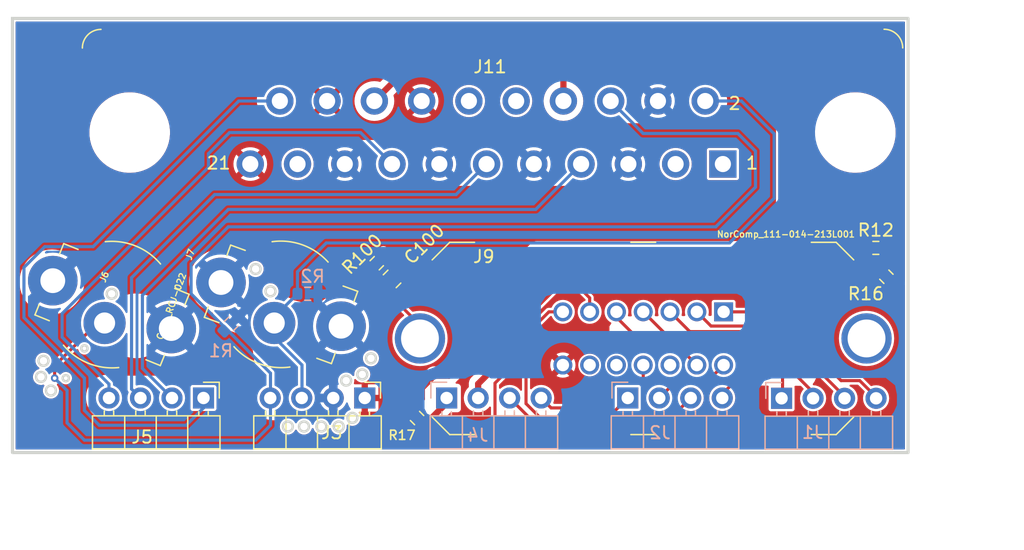
<source format=kicad_pcb>
(kicad_pcb (version 20211014) (generator pcbnew)
  (layers (0 "F.Cu" mixed) (31 "B.Cu" mixed) (34 "B.Paste" user) (35 "F.Paste" user) (36 "B.SilkS" user "B.Silkscreen") (37 "F.SilkS" user "F.Silkscreen") (38 "B.Mask" user) (39 "F.Mask" user) (44 "Edge.Cuts" user))
  (net 0 "")
  (net 1 "GND")
  (net 2 "/~{STROBE}")
  (net 3 "/PD0")
  (net 4 "/PD1")
  (net 5 "/PD2")
  (net 6 "/PD3")
  (net 7 "/PD4")
  (net 8 "/PD5")
  (net 9 "/PD6")
  (net 10 "/CSYNC")
  (net 11 "/AUD_L")
  (net 12 "/AUD_R")
  (net 13 "/PD7")
  (net 14 "/ROUT")
  (net 15 "/PRT_BUSY")
  (net 16 "/GOUT")
  (net 18 "/BOUT")
  (net 19 "+5V")
  (net 20 "GNDA")
  (net 23 "+12V")
  (net 24 "/2.5V")
  (net 27 "/+12V-1K")
  (net 31 "Net-(C100-Pad1)")
  (footprint "Resistor_SMD:R_0603_1608Metric" (layer "F.Cu") (at 180.8 94.8)
    (fp_text reference "R12")
    (fp_text value "100")
  )
  (footprint "LRJ:PinHeader_1x04_P2.54mm_Horizontal_less-silk" (layer "F.Cu") (at 126.6 106.9 -90)
    (fp_text reference "J5")
    (fp_text value "Conn_01x04")
  )
  (footprint "Resistor_SMD:R_0603_1608Metric" (layer "F.Cu") (at 181.65 97.125 -45)
    (fp_text reference "R16")
    (fp_text value "100")
  )
  (footprint "Ultra-MSX:Conn_Micro_Ribbon_14F_Vertical" (layer "F.Cu") (at 162.05 102.1)
    (fp_text reference "J9")
    (fp_text value "NorComp_111-014-213L001")
  )
  (footprint "LRJ:PinHeader_1x04_P2.54mm_Horizontal_less-silk" (layer "F.Cu") (at 139.6 106.9 -90)
    (fp_text reference "J3")
    (fp_text value "Conn_01x04")
  )
  (footprint "Resistor_SMD:R_0603_1608Metric" (layer "F.Cu") (at 140.566377 96.033623 -135)
    (fp_text reference "R100")
    (fp_text value "R_ERJ-3GEYJ105V")
  )
  (footprint "LRJ:SCART-21_Female_Vertical_P1.905x2.54mm_EdgePinOffset10.7mm" (layer "F.Cu") (at 149.9 85.5)
    (fp_text reference "J11")
    (fp_text value "TC_1578891_SCART" hide)
  )
  (footprint "LRJ:CUI_RCJ-022" (layer "F.Cu") (at 132.85 99.35 160)
    (fp_text reference "J7")
    (fp_text value "Conn_RCJ-022")
  )
  (footprint "Capacitor_SMD:C_0805_2012Metric_Pad1.18x1.45mm_HandSolder" (layer "F.Cu") (at 141.8 97.3 45)
    (fp_text reference "C100")
    (fp_text value "C_CL21B105KBFNNNF" hide)
  )
  (footprint "LRJ:CUI_RCJ-023" (layer "F.Cu") (at 119.225003 99.370776 158)
    (fp_text reference "J6")
    (fp_text value "Conn_RCJ-023" hide)
  )
  (footprint "Resistor_SMD:R_0603_1608Metric" (layer "F.Cu") (at 143.816637 108.516637 -45)
    (fp_text reference "R17")
    (fp_text value "1k")
  )
  (footprint "LRJ:PinHeader_1x04_P2.54mm_Horizontal_less-silk" (layer "B.Cu") (at 173.2 106.925 -90)
    (fp_text reference "J1")
    (fp_text value "Conn_01x04")
  )
  (footprint "Resistor_SMD:R_0603_1608Metric" (layer "B.Cu") (at 135 98.5 180)
    (fp_text reference "R2")
    (fp_text value "47k")
  )
  (footprint "LRJ:PinHeader_1x04_P2.54mm_Horizontal_less-silk" (layer "B.Cu") (at 146.2 106.9 -90)
    (fp_text reference "J4")
    (fp_text value "Conn_01x04")
  )
  (footprint "Resistor_SMD:R_0603_1608Metric" (layer "B.Cu") (at 128.833363 100.916637 45)
    (fp_text reference "R1")
    (fp_text value "47k")
  )
  (footprint "LRJ:PinHeader_1x04_P2.54mm_Horizontal_less-silk" (layer "B.Cu") (at 160.8 106.9 -90)
    (fp_text reference "J2")
    (fp_text value "Conn_01x04")
  )
  (gr_circle (center 138.1 105.5) (end 138.5 105.5) (layer "Edge.Cuts") (width 0.2) (fill none))
  (gr_rect (start 111.2 76.3) (end 183.4 111.3) (layer "Edge.Cuts") (width 0.25) (fill none))
  (gr_circle (center 140.1 103.7) (end 140.5 103.7) (layer "Edge.Cuts") (width 0.2) (fill none))
  (gr_circle (center 130.8 96.5) (end 131.2 96.5) (layer "Edge.Cuts") (width 0.2) (fill none))
  (gr_circle (center 117 102.9) (end 117.25 102.9) (layer "Edge.Cuts") (width 0.2) (fill none))
  (gr_circle (center 134.7 109.2) (end 135.1 109.2) (layer "Edge.Cuts") (width 0.2) (fill none))
  (gr_circle (center 139.4 105) (end 139.8 105) (layer "Edge.Cuts") (width 0.2) (fill none))
  (gr_circle (center 133.4 109.2) (end 133.8 109.2) (layer "Edge.Cuts") (width 0.2) (fill none))
  (gr_circle (center 113.7 103.9) (end 114.1 103.9) (layer "Edge.Cuts") (width 0.2) (fill none))
  (gr_circle (center 114.3 106.3) (end 114.7 106.3) (layer "Edge.Cuts") (width 0.2) (fill none))
  (gr_circle (center 138.6 108.5) (end 139 108.5) (layer "Edge.Cuts") (width 0.2) (fill none))
  (gr_circle (center 132 98.3) (end 132.4 98.3) (layer "Edge.Cuts") (width 0.2) (fill none))
  (gr_circle (center 115.5 105.3) (end 115.75 105.3) (layer "Edge.Cuts") (width 0.2) (fill none))
  (gr_circle (center 119.2 98.5) (end 119.6 98.5) (layer "Edge.Cuts") (width 0.2) (fill none))
  (gr_circle (center 137.5 109.2) (end 137.9 109.2) (layer "Edge.Cuts") (width 0.2) (fill none))
  (gr_circle (center 136.1 109.2) (end 136.5 109.2) (layer "Edge.Cuts") (width 0.2) (fill none))
  (gr_circle (center 113.5 105.2) (end 113.9 105.2) (layer "Edge.Cuts") (width 0.2) (fill none))
  (segment (start 179.5 105.5) (end 180.9 106.9) (width 0.25) (layer "F.Cu") (net 2))
  (segment (start 178 105.5) (end 179.5 105.5) (width 0.25) (layer "F.Cu") (net 2))
  (segment (start 168.53 99.955) (end 171.945 99.955) (width 0.25) (layer "F.Cu") (net 2))
  (segment (start 172.455 99.955) (end 171.945 99.955) (width 0.25) (layer "F.Cu") (net 2))
  (segment (start 178 105.5) (end 172.455 99.955) (width 0.25) (layer "F.Cu") (net 2))
  (segment (start 178.36 106.86) (end 172.6 101.1) (width 0.25) (layer "F.Cu") (net 3))
  (segment (start 167.515 101.1) (end 166.37 99.955) (width 0.25) (layer "F.Cu") (net 3))
  (segment (start 172.6 101.1) (end 167.515 101.1) (width 0.25) (layer "F.Cu") (net 3))
  (segment (start 164.21 99.955) (end 165.80452 101.54952) (width 0.25) (layer "F.Cu") (net 4))
  (segment (start 165.80452 101.54952) (end 170.84952 101.54952) (width 0.25) (layer "F.Cu") (net 4))
  (segment (start 170.84952 101.54952) (end 175.82 106.52) (width 0.25) (layer "F.Cu") (net 4))
  (segment (start 175.82 106.52) (end 175.82 106.9) (width 0.25) (layer "F.Cu") (net 4))
  (segment (start 162.05 99.955) (end 162.055 99.955) (width 0.25) (layer "F.Cu") (net 5))
  (segment (start 164.09904 101.99904) (end 170.29904 101.99904) (width 0.25) (layer "F.Cu") (net 5))
  (segment (start 173.28 104.98) (end 173.28 106.9) (width 0.25) (layer "F.Cu") (net 5))
  (segment (start 170.29904 101.99904) (end 173.28 104.98) (width 0.25) (layer "F.Cu") (net 5))
  (segment (start 162.055 99.955) (end 164.09904 101.99904) (width 0.25) (layer "F.Cu") (net 5))
  (segment (start 168.42 106.58) (end 168.42 106.9) (width 0.25) (layer "F.Cu") (net 6))
  (segment (start 169.8 105.2) (end 168.42 106.58) (width 0.25) (layer "F.Cu") (net 6))
  (segment (start 159.89 100.39) (end 161.94856 102.44856) (width 0.25) (layer "F.Cu") (net 6))
  (segment (start 168.74856 102.44856) (end 169.8 103.5) (width 0.25) (layer "F.Cu") (net 6))
  (segment (start 159.89 99.955) (end 159.89 100.39) (width 0.25) (layer "F.Cu") (net 6))
  (segment (start 161.94856 102.44856) (end 168.74856 102.44856) (width 0.25) (layer "F.Cu") (net 6))
  (segment (start 169.8 103.5) (end 169.8 105.2) (width 0.25) (layer "F.Cu") (net 6))
  (segment (start 165.88 106.9) (end 163.28 109.5) (width 0.25) (layer "F.Cu") (net 7))
  (segment (start 152.4 103.4) (end 152.4 100.668379) (width 0.25) (layer "F.Cu") (net 7))
  (segment (start 154.968379 98.1) (end 157 98.1) (width 0.25) (layer "F.Cu") (net 7))
  (segment (start 152.4 100.668379) (end 154.968379 98.1) (width 0.25) (layer "F.Cu") (net 7))
  (segment (start 151.2 109.5) (end 150.1 108.4) (width 0.25) (layer "F.Cu") (net 7))
  (segment (start 150.1 105.7) (end 152.4 103.4) (width 0.25) (layer "F.Cu") (net 7))
  (segment (start 157.73 98.83) (end 157.73 99.955) (width 0.25) (layer "F.Cu") (net 7))
  (segment (start 157 98.1) (end 157.73 98.83) (width 0.25) (layer "F.Cu") (net 7))
  (segment (start 150.1 108.4) (end 150.1 105.7) (width 0.25) (layer "F.Cu") (net 7))
  (segment (start 163.28 109.5) (end 151.2 109.5) (width 0.25) (layer "F.Cu") (net 7))
  (segment (start 153.4 101) (end 154.445 99.955) (width 0.25) (layer "F.Cu") (net 8))
  (segment (start 152.6 104.4) (end 153.4 103.6) (width 0.25) (layer "F.Cu") (net 8))
  (segment (start 152.6 107.35048) (end 152.6 104.4) (width 0.25) (layer "F.Cu") (net 8))
  (segment (start 153.4 103.6) (end 153.4 101) (width 0.25) (layer "F.Cu") (net 8))
  (segment (start 154.445 99.955) (end 155.57 99.955) (width 0.25) (layer "F.Cu") (net 8))
  (segment (start 160.8 106.9) (end 159.2 108.5) (width 0.25) (layer "F.Cu") (net 8))
  (segment (start 153.74952 108.5) (end 152.6 107.35048) (width 0.25) (layer "F.Cu") (net 8))
  (segment (start 159.2 108.5) (end 153.74952 108.5) (width 0.25) (layer "F.Cu") (net 8))
  (segment (start 167.2 105.575) (end 168.53 104.245) (width 0.25) (layer "F.Cu") (net 9))
  (segment (start 167.2 105.575) (end 164.665 105.575) (width 0.25) (layer "F.Cu") (net 9))
  (segment (start 164.665 105.575) (end 163.34 106.9) (width 0.25) (layer "F.Cu") (net 9))
  (segment (start 117 107.9) (end 117 105.3) (width 0.25) (layer "B.Cu") (net 10))
  (segment (start 118.2 109.1) (end 117 107.9) (width 0.25) (layer "B.Cu") (net 10))
  (segment (start 113.8 94.7) (end 117.7 94.7) (width 0.25) (layer "B.Cu") (net 10))
  (segment (start 112.125495 100.425495) (end 112.125495 96.374505) (width 0.25) (layer "B.Cu") (net 10))
  (segment (start 125.2 109.1) (end 118.2 109.1) (width 0.25) (layer "B.Cu") (net 10))
  (segment (start 117 105.3) (end 112.125495 100.425495) (width 0.25) (layer "B.Cu") (net 10))
  (segment (start 126.6 107.7) (end 125.2 109.1) (width 0.25) (layer "B.Cu") (net 10))
  (segment (start 112.125495 96.374505) (end 113.8 94.7) (width 0.25) (layer "B.Cu") (net 10))
  (segment (start 129.44 82.96) (end 132.755 82.96) (width 0.25) (layer "B.Cu") (net 10))
  (segment (start 117.7 94.7) (end 129.44 82.96) (width 0.25) (layer "B.Cu") (net 10))
  (segment (start 126.6 106.9) (end 126.6 107.7) (width 0.25) (layer "B.Cu") (net 10))
  (segment (start 118.04573 100.85427) (end 118.625632 100.85427) (width 0.25) (layer "F.Cu") (net 11))
  (segment (start 114.6 104.3) (end 118.04573 100.85427) (width 0.25) (layer "F.Cu") (net 11))
  (segment (start 114.6 105.3) (end 114.6 104.3) (width 0.25) (layer "F.Cu") (net 11))
  (via (at 114.6 105.3) (size 0.6) (drill 0.3) (layers "F.Cu" "B.Cu") (net 11))
  (segment (start 117 110.3) (end 115.6 108.9) (width 0.25) (layer "B.Cu") (net 11))
  (segment (start 132 109.1) (end 132 106.9) (width 0.25) (layer "B.Cu") (net 11))
  (segment (start 171.1 89.9) (end 167.9 93.1) (width 0.25) (layer "B.Cu") (net 11))
  (segment (start 169.67498 85.57498) (end 171.1 87) (width 0.25) (layer "B.Cu") (net 11))
  (segment (start 125.6 96.1) (end 125.6 98.5) (width 0.25) (layer "B.Cu") (net 11))
  (segment (start 171.1 87) (end 171.1 89.9) (width 0.25) (layer "B.Cu") (net 11))
  (segment (start 125.6 98.5) (end 132 104.9) (width 0.25) (layer "B.Cu") (net 11))
  (segment (start 167.9 93.1) (end 128.6 93.1) (width 0.25) (layer "B.Cu") (net 11))
  (segment (start 162.03998 85.57498) (end 169.67498 85.57498) (width 0.25) (layer "B.Cu") (net 11))
  (segment (start 159.425 82.96) (end 162.03998 85.57498) (width 0.25) (layer "B.Cu") (net 11))
  (segment (start 115.6 106.3) (end 114.6 105.3) (width 0.25) (layer "B.Cu") (net 11))
  (segment (start 132 104.9) (end 132 106.9) (width 0.25) (layer "B.Cu") (net 11))
  (segment (start 130.8 110.3) (end 117 110.3) (width 0.25) (layer "B.Cu") (net 11))
  (segment (start 132 109.1) (end 130.8 110.3) (width 0.25) (layer "B.Cu") (net 11))
  (segment (start 128.6 93.1) (end 125.6 96.1) (width 0.25) (layer "B.Cu") (net 11))
  (segment (start 115.6 108.9) (end 115.6 106.3) (width 0.25) (layer "B.Cu") (net 11))
  (segment (start 136.5 94.4) (end 169 94.4) (width 0.25) (layer "B.Cu") (net 12))
  (segment (start 134.54 104.24) (end 132.4 102.1) (width 0.25) (layer "B.Cu") (net 12))
  (segment (start 134.175 96.725) (end 136.5 94.4) (width 0.25) (layer "B.Cu") (net 12))
  (segment (start 172.6 90.8) (end 172.6 85.6) (width 0.25) (layer "B.Cu") (net 12))
  (segment (start 169.96 82.96) (end 167.045 82.96) (width 0.25) (layer "B.Cu") (net 12))
  (segment (start 134.175 98.5) (end 132.302768 100.372232) (width 0.25) (layer "B.Cu") (net 12))
  (segment (start 132.302768 100.372232) (end 132.302768 100.853508) (width 0.25) (layer "B.Cu") (net 12))
  (segment (start 134.175 98.5) (end 134.175 96.725) (width 0.25) (layer "B.Cu") (net 12))
  (segment (start 134.54 106.9) (end 134.54 104.24) (width 0.25) (layer "B.Cu") (net 12))
  (segment (start 172.6 85.6) (end 169.96 82.96) (width 0.25) (layer "B.Cu") (net 12))
  (segment (start 169 94.4) (end 172.6 90.8) (width 0.25) (layer "B.Cu") (net 12))
  (segment (start 165.025 102.9) (end 159.7 102.9) (width 0.25) (layer "F.Cu") (net 13))
  (segment (start 158.8 103.8) (end 158.8 106.7) (width 0.25) (layer "F.Cu") (net 13))
  (segment (start 166.37 104.245) (end 165.025 102.9) (width 0.25) (layer "F.Cu") (net 13))
  (segment (start 157.8 107.7) (end 154.62 107.7) (width 0.25) (layer "F.Cu") (net 13))
  (segment (start 154.62 107.7) (end 153.82 106.9) (width 0.25) (layer "F.Cu") (net 13))
  (segment (start 158.8 106.7) (end 157.8 107.7) (width 0.25) (layer "F.Cu") (net 13))
  (segment (start 159.7 102.9) (end 158.8 103.8) (width 0.25) (layer "F.Cu") (net 13))
  (segment (start 115.2 102) (end 115.2 100.1) (width 0.25) (layer "B.Cu") (net 14))
  (segment (start 115.2 100.1) (end 127 88.3) (width 0.25) (layer "B.Cu") (net 14))
  (segment (start 127 88.3) (end 127 87.2) (width 0.25) (layer "B.Cu") (net 14))
  (segment (start 118.98 106.9) (end 118.98 105.78) (width 0.25) (layer "B.Cu") (net 14))
  (segment (start 118.98 105.78) (end 115.2 102) (width 0.25) (layer "B.Cu") (net 14))
  (segment (start 127 87.2) (end 128.7 85.5) (width 0.25) (layer "B.Cu") (net 14))
  (segment (start 139.26 85.5) (end 141.8 88.04) (width 0.25) (layer "B.Cu") (net 14))
  (segment (start 128.7 85.5) (end 139.26 85.5) (width 0.25) (layer "B.Cu") (net 14))
  (segment (start 153.38 109) (end 151.28 106.9) (width 0.25) (layer "F.Cu") (net 15))
  (segment (start 162.05 104.245) (end 162.05 107.999022) (width 0.25) (layer "F.Cu") (net 15))
  (segment (start 161.049022 109) (end 153.38 109) (width 0.25) (layer "F.Cu") (net 15))
  (segment (start 162.05 107.999022) (end 161.049022 109) (width 0.25) (layer "F.Cu") (net 15))
  (segment (start 149.42 88.04) (end 146.96 90.5) (width 0.25) (layer "B.Cu") (net 16))
  (segment (start 146.96 90.5) (end 127.5 90.5) (width 0.25) (layer "B.Cu") (net 16))
  (segment (start 120.8 97.2) (end 120.8 106.18) (width 0.25) (layer "B.Cu") (net 16))
  (segment (start 127.5 90.5) (end 120.8 97.2) (width 0.25) (layer "B.Cu") (net 16))
  (segment (start 120.8 106.18) (end 121.52 106.9) (width 0.25) (layer "B.Cu") (net 16))
  (segment (start 128.6 91.7) (end 153.38 91.7) (width 0.25) (layer "B.Cu") (net 18))
  (segment (start 121.675489 104.515489) (end 121.675489 98.624511) (width 0.25) (layer "B.Cu") (net 18))
  (segment (start 121.675489 98.624511) (end 128.6 91.7) (width 0.25) (layer "B.Cu") (net 18))
  (segment (start 153.38 91.7) (end 157.04 88.04) (width 0.25) (layer "B.Cu") (net 18))
  (segment (start 124.06 106.9) (end 121.675489 104.515489) (width 0.25) (layer "B.Cu") (net 18))
  (segment (start 179.9 94.8) (end 179.975 94.8) (width 0.5) (layer "F.Cu") (net 19))
  (segment (start 150.4 104.1) (end 150.4 101.4) (width 0.5) (layer "F.Cu") (net 19))
  (segment (start 148.74 106.9) (end 148.74 105.76) (width 0.5) (layer "F.Cu") (net 19))
  (segment (start 177.5 97.2) (end 179.9 94.8) (width 0.5) (layer "F.Cu") (net 19))
  (segment (start 148.74 105.76) (end 150.4 104.1) (width 0.5) (layer "F.Cu") (net 19))
  (segment (start 154.6 97.2) (end 177.5 97.2) (width 0.5) (layer "F.Cu") (net 19))
  (segment (start 150.4 101.4) (end 154.6 97.2) (width 0.5) (layer "F.Cu") (net 19))
  (segment (start 146.2 107.3) (end 146.2 106.9) (width 0.5) (layer "F.Cu") (net 23))
  (segment (start 144.4 109.1) (end 146.2 107.3) (width 0.5) (layer "F.Cu") (net 23))
  (segment (start 140.375 82.96) (end 145.735 77.6) (width 0.5) (layer "F.Cu") (net 24))
  (segment (start 171.1 77.6) (end 175.6 82.1) (width 0.5) (layer "F.Cu") (net 24))
  (segment (start 175.6 90.1) (end 177.1 91.6) (width 0.5) (layer "F.Cu") (net 24))
  (segment (start 145.735 77.6) (end 171.1 77.6) (width 0.5) (layer "F.Cu") (net 24))
  (segment (start 180.1 91.6) (end 181.625 93.125) (width 0.5) (layer "F.Cu") (net 24))
  (segment (start 181.625 94.8) (end 181.625 95.983274) (width 0.5) (layer "F.Cu") (net 24))
  (segment (start 181.625 95.983274) (end 181.066637 96.541637) (width 0.5) (layer "F.Cu") (net 24))
  (segment (start 177.1 91.6) (end 180.1 91.6) (width 0.5) (layer "F.Cu") (net 24))
  (segment (start 175.6 82.1) (end 175.6 90.1) (width 0.5) (layer "F.Cu") (net 24))
  (segment (start 181.625 93.125) (end 181.625 94.8) (width 0.5) (layer "F.Cu") (net 24))
  (segment (start 169.3 79.6) (end 157.2 79.6) (width 0.5) (layer "F.Cu") (net 27))
  (segment (start 157.2 79.6) (end 155.615 81.185) (width 0.5) (layer "F.Cu") (net 27))
  (segment (start 147.6 103.9) (end 147.6 100.9) (width 0.5) (layer "F.Cu") (net 27))
  (segment (start 147.6 100.9) (end 153.5 95) (width 0.5) (layer "F.Cu") (net 27))
  (segment (start 155.615 81.185) (end 155.615 82.96) (width 0.5) (layer "F.Cu") (net 27))
  (segment (start 153.5 95) (end 171.7 95) (width 0.5) (layer "F.Cu") (net 27))
  (segment (start 173.5 93.2) (end 173.5 83.8) (width 0.5) (layer "F.Cu") (net 27))
  (segment (start 171.7 95) (end 173.5 93.2) (width 0.5) (layer "F.Cu") (net 27))
  (segment (start 173.5 83.8) (end 169.3 79.6) (width 0.5) (layer "F.Cu") (net 27))
  (segment (start 143.233274 107.933274) (end 144.2 106.966548) (width 0.5) (layer "F.Cu") (net 27))
  (segment (start 145.200978 105.1) (end 146.4 105.1) (width 0.5) (layer "F.Cu") (net 27))
  (segment (start 144.2 106.100978) (end 145.200978 105.1) (width 0.5) (layer "F.Cu") (net 27))
  (segment (start 144.2 106.966548) (end 144.2 106.100978) (width 0.5) (layer "F.Cu") (net 27))
  (segment (start 146.4 105.1) (end 147.6 103.9) (width 0.5) (layer "F.Cu") (net 27))
  (segment (start 144.05 101.017246) (end 144.05 102.1) (width 0.25) (layer "F.Cu") (net 31))
  (segment (start 139.983014 96.95026) (end 141.066377 98.033623) (width 0.25) (layer "F.Cu") (net 31))
  (segment (start 141.066377 98.033623) (end 144.05 101.017246) (width 0.25) (layer "F.Cu") (net 31))
  (zone (net 0) (net_name "") (layer "F.Cu") (name "audio-R_keepout") (connect_pads (clearance 0)) (min_thickness 0.2)
    (keepout (tracks allowed) (vias allowed) (pads allowed) (copperpour not_allowed) (footprints allowed))
    (fill (thermal_gap 0.254) (thermal_bridge_width 0.508))
    (polygon (pts (xy 137.4 99.9) (xy 137.7 100) (xy 139.8 100.9) (xy 139.4 103.5) (xy 137.6 106.1) (xy 131 106.1) (xy 130.2 100.4) (xy 132.6 98.7)))
  )
  (zone (net 0) (net_name "") (layer "F.Cu") (name "GND-dc-remove2") (connect_pads (clearance 0)) (min_thickness 0.152)
    (keepout (tracks allowed) (vias allowed) (pads allowed) (copperpour not_allowed) (footprints allowed))
    (fill (thermal_gap 0.254) (thermal_bridge_width 0.508))
    (polygon (pts (xy 138 86.1) (xy 160.9 86.1) (xy 160.9 89.8) (xy 138 89.8)))
  )
  (zone (net 0) (net_name "") (layer "F.Cu") (name "GND-dc-remove3") (connect_pads (clearance 0)) (min_thickness 0.152)
    (keepout (tracks not_allowed) (vias allowed) (pads allowed) (copperpour not_allowed) (footprints allowed))
    (fill (thermal_gap 0.254) (thermal_bridge_width 0.508))
    (polygon (pts (xy 159.475 81.15) (xy 167.025 81.15) (xy 167.025 84.75) (xy 159.475 84.75)))
  )
  (zone (net 0) (net_name "") (layer "F.Cu") (name "GND-DC_keepout") (connect_pads (clearance 0)) (min_thickness 0.254)
    (keepout (tracks allowed) (vias allowed) (pads allowed) (copperpour not_allowed) (footprints allowed))
    (fill (thermal_gap 0.508) (thermal_bridge_width 0.508))
    (polygon (pts (xy 140.407056 101.108448) (xy 140.388135 100.794597) (xy 140.331646 100.485292) (xy 140.238407 100.185014) (xy 140.109769 99.898112) (xy 139.947595 99.628742) (xy 139.754234 99.380806) (xy 139.532488 99.157895) (xy 139.285568 98.963239) (xy 139.017051 98.799657) (xy 138.730826 98.669519) (xy 138.43104 98.574709) (xy 138.122035 98.516601) (xy 137.808288 98.496037) (xy 137.494342 98.513314) (xy 137.184745 98.568183) (xy 136.883983 98.659848) (xy 136.596411 98.786983) (xy 136.326196 98.947744) (xy 136.077251 99.139804) (xy 135.853183 99.36038) (xy 135.657236 99.606277) (xy 135.49225 99.873934) (xy 135.360615 100.159473) (xy 135.264237 100.458759) (xy 135.204512 100.767455) (xy 135.182305 101.081091) (xy 135.197939 101.395123) (xy 135.251186 101.705003) (xy 135.341275 102.006241) (xy 135.466902 102.294474) (xy 135.626246 102.565528) (xy 135.817 102.815475) (xy 136.036399 103.040695) (xy 136.281268 103.237926) (xy 136.548057 103.404311) (xy 136.832903 103.53744) (xy 137.13168 103.635384) (xy 137.440059 103.696724) (xy 137.753574 103.720573) (xy 138.067684 103.706584) (xy 138.377838 103.65496) (xy 138.679544 103.566449) (xy 138.968431 103.442333) (xy 139.240315 103.284411) (xy 139.491258 103.094968) (xy 139.717624 102.876751) (xy 139.916134 102.632918) (xy 140.083914 102.367004) (xy 140.218532 102.082859) (xy 140.318039 101.784599) (xy 140.380993 101.476545) (xy 140.406483 101.163159)))
  )
  (zone (net 0) (net_name "") (layer "F.Cu") (name "GND-DC_keepout") (connect_pads (clearance 0)) (min_thickness 0.254)
    (keepout (tracks allowed) (vias allowed) (pads allowed) (copperpour not_allowed) (footprints allowed))
    (fill (thermal_gap 0.508) (thermal_bridge_width 0.508))
    (polygon (pts (xy 123.7839 101.082032) (xy 123.764979 100.768181) (xy 123.70849 100.458876) (xy 123.615251 100.158598) (xy 123.486613 99.871696) (xy 123.324439 99.602326) (xy 123.131078 99.35439) (xy 122.909332 99.131479) (xy 122.662412 98.936823) (xy 122.393895 98.773241) (xy 122.10767 98.643103) (xy 121.807884 98.548293) (xy 121.498879 98.490185) (xy 121.185132 98.469621) (xy 120.871186 98.486898) (xy 120.561589 98.541767) (xy 120.260827 98.633432) (xy 119.973255 98.760567) (xy 119.70304 98.921328) (xy 119.454095 99.113388) (xy 119.230027 99.333964) (xy 119.03408 99.579861) (xy 118.869094 99.847518) (xy 118.737459 100.133057) (xy 118.641081 100.432343) (xy 118.581356 100.741039) (xy 118.559149 101.054675) (xy 118.574783 101.368707) (xy 118.62803 101.678587) (xy 118.718119 101.979825) (xy 118.843746 102.268058) (xy 119.00309 102.539112) (xy 119.193844 102.789059) (xy 119.413243 103.014279) (xy 119.658112 103.21151) (xy 119.924901 103.377895) (xy 120.209747 103.511024) (xy 120.508524 103.608968) (xy 120.816903 103.670308) (xy 121.130418 103.694157) (xy 121.444528 103.680168) (xy 121.754682 103.628544) (xy 122.056388 103.540033) (xy 122.345275 103.415917) (xy 122.617159 103.257995) (xy 122.868102 103.068552) (xy 123.094468 102.850335) (xy 123.292978 102.606502) (xy 123.460758 102.340588) (xy 123.595376 102.056443) (xy 123.694883 101.758183) (xy 123.757837 101.450129) (xy 123.783327 101.136743)))
  )
  (zone (net 0) (net_name "") (layer "F.Cu") (name "Gnd-restriction-pin") (connect_pads (clearance 0)) (min_thickness 0.254)
    (keepout (tracks not_allowed) (vias allowed) (pads allowed) (copperpour not_allowed) (footprints allowed))
    (fill (thermal_gap 0.508) (thermal_bridge_width 0.508))
    (polygon (pts (xy 125.978178 106.88008) (xy 125.959736 106.619607) (xy 125.904776 106.364332) (xy 125.814396 106.119347) (xy 125.6904 105.88954) (xy 125.53526 105.679498) (xy 125.352073 105.49341) (xy 125.144493 105.334991) (xy 124.916663 105.2074) (xy 124.673128 105.113183) (xy 124.418747 105.054221) (xy 124.158596 105.031689) (xy 123.897866 105.046038) (xy 123.641758 105.096981) (xy 123.395384 105.183501) (xy 123.163658 105.303873) (xy 122.951205 105.455695) (xy 122.762263 105.635936) (xy 122.600602 105.841002) (xy 122.469448 106.0668) (xy 122.371418 106.308825) (xy 122.308467 106.562249) (xy 122.281852 106.822013) (xy 122.292104 107.082937) (xy 122.339018 107.339813) (xy 122.421658 107.587516) (xy 122.538375 107.821104) (xy 122.686841 108.035915) (xy 122.864092 108.227665) (xy 123.066593 108.392527) (xy 123.290304 108.527212) (xy 123.530759 108.629031) (xy 123.783162 108.695955) (xy 124.042477 108.726647) (xy 124.303529 108.720495) (xy 124.561111 108.677622) (xy 124.810081 108.598882) (xy 125.045473 108.485849) (xy 125.262591 108.340776) (xy 125.457101 108.166558) (xy 125.625123 107.966671) (xy 125.763305 107.745104) (xy 125.868889 107.506277) (xy 125.939769 107.254956) (xy 125.97453 106.996156)))
  )
  (zone (net 0) (net_name "") (layer "F.Cu") (name "Gnd-restriction-pin") (connect_pads (clearance 0)) (min_thickness 0.254)
    (keepout (tracks not_allowed) (vias allowed) (pads allowed) (copperpour not_allowed) (footprints allowed))
    (fill (thermal_gap 0.508) (thermal_bridge_width 0.508))
    (polygon (pts (xy 161.269582 82.898391) (xy 161.25114 82.637918) (xy 161.19618 82.382643) (xy 161.1058 82.137658) (xy 160.981804 81.907851) (xy 160.826664 81.697809) (xy 160.643477 81.511721) (xy 160.435897 81.353302) (xy 160.208067 81.225711) (xy 159.964532 81.131494) (xy 159.710151 81.072532) (xy 159.45 81.05) (xy 159.18927 81.064349) (xy 158.933162 81.115292) (xy 158.686788 81.201812) (xy 158.455062 81.322184) (xy 158.242609 81.474006) (xy 158.053667 81.654247) (xy 157.892006 81.859313) (xy 157.760852 82.085111) (xy 157.662822 82.327136) (xy 157.599871 82.58056) (xy 157.573256 82.840324) (xy 157.583508 83.101248) (xy 157.630422 83.358124) (xy 157.713062 83.605827) (xy 157.829779 83.839415) (xy 157.978245 84.054226) (xy 158.155496 84.245976) (xy 158.357997 84.410838) (xy 158.581708 84.545523) (xy 158.822163 84.647342) (xy 159.074566 84.714266) (xy 159.333881 84.744958) (xy 159.594933 84.738806) (xy 159.852515 84.695933) (xy 160.101485 84.617193) (xy 160.336877 84.50416) (xy 160.553995 84.359087) (xy 160.748505 84.184869) (xy 160.916527 83.984982) (xy 161.054709 83.763415) (xy 161.160293 83.524588) (xy 161.231173 83.273267) (xy 161.265934 83.014467)))
  )
  (zone (net 0) (net_name "") (layer "F.Cu") (name "Middle-keepout") (connect_pads (clearance 0)) (min_thickness 0.2)
    (keepout (tracks allowed) (vias allowed) (pads allowed) (copperpour not_allowed) (footprints allowed))
    (fill (thermal_gap 0.254) (thermal_bridge_width 0.508))
    (polygon (pts (xy 174.1 102.45) (xy 174.1 103.3) (xy 173.85 103.85) (xy 173.6 104.2) (xy 163.6 104.15) (xy 163.2 103.95) (xy 163 103.55) (xy 163 101.95) (xy 163.4 101.35) (xy 164 101.15) (xy 173.2 101.1) (xy 173.95 101.7)))
  )
  (zone (net 0) (net_name "") (layer "F.Cu") (name "GND-DC_keepout") (connect_pads (clearance 0)) (min_thickness 0.254)
    (keepout (tracks allowed) (vias allowed) (pads allowed) (copperpour not_allowed) (footprints allowed))
    (fill (thermal_gap 0.508) (thermal_bridge_width 0.508))
    (polygon (pts (xy 130.653482 97.494594) (xy 130.634561 97.180743) (xy 130.578072 96.871438) (xy 130.484833 96.57116) (xy 130.356195 96.284258) (xy 130.194021 96.014888) (xy 130.00066 95.766952) (xy 129.778914 95.544041) (xy 129.531994 95.349385) (xy 129.263477 95.185803) (xy 128.977252 95.055665) (xy 128.677466 94.960855) (xy 128.368461 94.902747) (xy 128.054714 94.882183) (xy 127.740768 94.89946) (xy 127.431171 94.954329) (xy 127.130409 95.045994) (xy 126.842837 95.173129) (xy 126.572622 95.33389) (xy 126.323677 95.52595) (xy 126.099609 95.746526) (xy 125.903662 95.992423) (xy 125.738676 96.26008) (xy 125.607041 96.545619) (xy 125.510663 96.844905) (xy 125.450938 97.153601) (xy 125.428731 97.467237) (xy 125.444365 97.781269) (xy 125.497612 98.091149) (xy 125.587701 98.392387) (xy 125.713328 98.68062) (xy 125.872672 98.951674) (xy 126.063426 99.201621) (xy 126.282825 99.426841) (xy 126.527694 99.624072) (xy 126.794483 99.790457) (xy 127.079329 99.923586) (xy 127.378106 100.02153) (xy 127.686485 100.08287) (xy 128 100.106719) (xy 128.31411 100.09273) (xy 128.624264 100.041106) (xy 128.92597 99.952595) (xy 129.214857 99.828479) (xy 129.486741 99.670557) (xy 129.737684 99.481114) (xy 129.96405 99.262897) (xy 130.16256 99.019064) (xy 130.33034 98.75315) (xy 130.464958 98.469005) (xy 130.564465 98.170745) (xy 130.627419 97.862691) (xy 130.652909 97.549305)))
  )
  (zone (net 0) (net_name "") (layer "F.Cu") (name "GND-dc-remove3") (connect_pads (clearance 0)) (min_thickness 0.152)
    (keepout (tracks not_allowed) (vias allowed) (pads allowed) (copperpour not_allowed) (footprints allowed))
    (fill (thermal_gap 0.254) (thermal_bridge_width 0.508))
    (polygon (pts (xy 132.297764 105.1) (xy 137.047764 105.1) (xy 137.047764 108.7) (xy 132.297764 108.7)))
  )
  (zone (net 0) (net_name "") (layer "F.Cu") (name "GND-DC_keepout1") (connect_pads (clearance 0)) (min_thickness 0.254)
    (keepout (tracks allowed) (vias allowed) (pads allowed) (copperpour not_allowed) (footprints allowed))
    (fill (thermal_gap 0.508) (thermal_bridge_width 0.508))
    (polygon (pts (xy 121.388645 100.940484) (xy 121.369724 100.626633) (xy 121.313235 100.317328) (xy 121.219996 100.01705) (xy 121.091358 99.730148) (xy 120.929184 99.460778) (xy 120.735823 99.212842) (xy 120.514077 98.989931) (xy 120.267157 98.795275) (xy 119.99864 98.631693) (xy 119.712415 98.501555) (xy 119.412629 98.406745) (xy 119.103624 98.348637) (xy 118.789877 98.328073) (xy 118.475931 98.34535) (xy 118.166334 98.400219) (xy 117.865572 98.491884) (xy 117.578 98.619019) (xy 117.307785 98.77978) (xy 117.05884 98.97184) (xy 116.834772 99.192416) (xy 116.638825 99.438313) (xy 116.473839 99.70597) (xy 116.342204 99.991509) (xy 116.245826 100.290795) (xy 116.186101 100.599491) (xy 116.163894 100.913127) (xy 116.179528 101.227159) (xy 116.232775 101.537039) (xy 116.322864 101.838277) (xy 116.448491 102.12651) (xy 116.607835 102.397564) (xy 116.798589 102.647511) (xy 117.017988 102.872731) (xy 117.262857 103.069962) (xy 117.529646 103.236347) (xy 117.814492 103.369476) (xy 118.113269 103.46742) (xy 118.421648 103.52876) (xy 118.735163 103.552609) (xy 119.049273 103.53862) (xy 119.359427 103.486996) (xy 119.661133 103.398485) (xy 119.95002 103.274369) (xy 120.221904 103.116447) (xy 120.472847 102.927004) (xy 120.699213 102.708787) (xy 120.897723 102.464954) (xy 121.065503 102.19904) (xy 121.200121 101.914895) (xy 121.299628 101.616635) (xy 121.362582 101.308581) (xy 121.388072 100.995195)))
  )
  (zone (net 0) (net_name "") (layer "F.Cu") (name "Gnd-restriction-pin") (connect_pads (clearance 0)) (min_thickness 0.254)
    (keepout (tracks not_allowed) (vias allowed) (pads allowed) (copperpour not_allowed) (footprints allowed))
    (fill (thermal_gap 0.508) (thermal_bridge_width 0.508))
    (polygon (pts (xy 134.592918 82.900582) (xy 134.574476 82.640109) (xy 134.519516 82.384834) (xy 134.429136 82.139849) (xy 134.30514 81.910042) (xy 134.15 81.7) (xy 133.966813 81.513912) (xy 133.759233 81.355493) (xy 133.531403 81.227902) (xy 133.287868 81.133685) (xy 133.033487 81.074723) (xy 132.773336 81.052191) (xy 132.512606 81.06654) (xy 132.256498 81.117483) (xy 132.010124 81.204003) (xy 131.778398 81.324375) (xy 131.565945 81.476197) (xy 131.377003 81.656438) (xy 131.215342 81.861504) (xy 131.084188 82.087302) (xy 130.986158 82.329327) (xy 130.923207 82.582751) (xy 130.896592 82.842515) (xy 130.906844 83.103439) (xy 130.953758 83.360315) (xy 131.036398 83.608018) (xy 131.153115 83.841606) (xy 131.301581 84.056417) (xy 131.478832 84.248167) (xy 131.681333 84.413029) (xy 131.905044 84.547714) (xy 132.145499 84.649533) (xy 132.397902 84.716457) (xy 132.657217 84.747149) (xy 132.918269 84.740997) (xy 133.175851 84.698124) (xy 133.424821 84.619384) (xy 133.660213 84.506351) (xy 133.877331 84.361278) (xy 134.071841 84.18706) (xy 134.239863 83.987173) (xy 134.378045 83.765606) (xy 134.483629 83.526779) (xy 134.554509 83.275458) (xy 134.58927 83.016658)))
  )
  (zone (net 0) (net_name "") (layer "F.Cu") (name "Gnd-restriction-pin") (connect_pads (clearance 0)) (min_thickness 0.254)
    (keepout (tracks not_allowed) (vias allowed) (pads allowed) (copperpour not_allowed) (footprints allowed))
    (fill (thermal_gap 0.508) (thermal_bridge_width 0.508))
    (polygon (pts (xy 139.748118 87.925528) (xy 139.729676 87.665055) (xy 139.674716 87.40978) (xy 139.584336 87.164795) (xy 139.46034 86.934988) (xy 139.3052 86.724946) (xy 139.122013 86.538858) (xy 138.914433 86.380439) (xy 138.686603 86.252848) (xy 138.443068 86.158631) (xy 138.188687 86.099669) (xy 137.928536 86.077137) (xy 137.667806 86.091486) (xy 137.411698 86.142429) (xy 137.165324 86.228949) (xy 136.933598 86.349321) (xy 136.721145 86.501143) (xy 136.532203 86.681384) (xy 136.370542 86.88645) (xy 136.239388 87.112248) (xy 136.141358 87.354273) (xy 136.078407 87.607697) (xy 136.051792 87.867461) (xy 136.062044 88.128385) (xy 136.108958 88.385261) (xy 136.191598 88.632964) (xy 136.308315 88.866552) (xy 136.456781 89.081363) (xy 136.634032 89.273113) (xy 136.836533 89.437975) (xy 137.060244 89.57266) (xy 137.300699 89.674479) (xy 137.553102 89.741403) (xy 137.812417 89.772095) (xy 138.073469 89.765943) (xy 138.331051 89.72307) (xy 138.580021 89.64433) (xy 138.815413 89.531297) (xy 139.032531 89.386224) (xy 139.227041 89.212006) (xy 139.395063 89.012119) (xy 139.533245 88.790552) (xy 139.638829 88.551725) (xy 139.709709 88.300404) (xy 139.74447 88.041604)))
  )
  (zone (net 0) (net_name "") (layer "F.Cu") (name "Gnd-restriction-pin") (connect_pads (clearance 0)) (min_thickness 0.254)
    (keepout (tracks not_allowed) (vias allowed) (pads allowed) (copperpour not_allowed) (footprints allowed))
    (fill (thermal_gap 0.508) (thermal_bridge_width 0.508))
    (polygon (pts (xy 120.819582 106.848391) (xy 120.80114 106.587918) (xy 120.74618 106.332643) (xy 120.6558 106.087658) (xy 120.531804 105.857851) (xy 120.376664 105.647809) (xy 120.193477 105.461721) (xy 119.985897 105.303302) (xy 119.758067 105.175711) (xy 119.514532 105.081494) (xy 119.260151 105.022532) (xy 119 105) (xy 118.73927 105.014349) (xy 118.483162 105.065292) (xy 118.236788 105.151812) (xy 118.005062 105.272184) (xy 117.792609 105.424006) (xy 117.603667 105.604247) (xy 117.442006 105.809313) (xy 117.310852 106.035111) (xy 117.212822 106.277136) (xy 117.149871 106.53056) (xy 117.123256 106.790324) (xy 117.133508 107.051248) (xy 117.180422 107.308124) (xy 117.263062 107.555827) (xy 117.379779 107.789415) (xy 117.528245 108.004226) (xy 117.705496 108.195976) (xy 117.907997 108.360838) (xy 118.131708 108.495523) (xy 118.372163 108.597342) (xy 118.624566 108.664266) (xy 118.883881 108.694958) (xy 119.144933 108.688806) (xy 119.402515 108.645933) (xy 119.651485 108.567193) (xy 119.886877 108.45416) (xy 120.103995 108.309087) (xy 120.298505 108.134869) (xy 120.466527 107.934982) (xy 120.604709 107.713415) (xy 120.710293 107.474588) (xy 120.781173 107.223267) (xy 120.815934 106.964467)))
  )
  (zone (net 0) (net_name "") (layer "F.Cu") (name "GND-DC_keepout") (connect_pads (clearance 0)) (min_thickness 0.254)
    (keepout (tracks allowed) (vias allowed) (pads allowed) (copperpour not_allowed) (footprints allowed))
    (fill (thermal_gap 0.508) (thermal_bridge_width 0.508))
    (polygon (pts (xy 132.3839 99.082032) (xy 132.364979 98.768181) (xy 132.30849 98.458876) (xy 132.215251 98.158598) (xy 132.086613 97.871696) (xy 131.924439 97.602326) (xy 131.731078 97.35439) (xy 131.509332 97.131479) (xy 131.262412 96.936823) (xy 130.993895 96.773241) (xy 130.70767 96.643103) (xy 130.407884 96.548293) (xy 130.098879 96.490185) (xy 129.785132 96.469621) (xy 129.471186 96.486898) (xy 129.161589 96.541767) (xy 128.860827 96.633432) (xy 128.573255 96.760567) (xy 128.30304 96.921328) (xy 128.054095 97.113388) (xy 127.830027 97.333964) (xy 127.63408 97.579861) (xy 127.469094 97.847518) (xy 127.337459 98.133057) (xy 127.241081 98.432343) (xy 127.181356 98.741039) (xy 127.159149 99.054675) (xy 127.174783 99.368707) (xy 127.22803 99.678587) (xy 127.318119 99.979825) (xy 127.443746 100.268058) (xy 127.60309 100.539112) (xy 127.793844 100.789059) (xy 128.013243 101.014279) (xy 128.258112 101.21151) (xy 128.524901 101.377895) (xy 128.809747 101.511024) (xy 129.108524 101.608968) (xy 129.416903 101.670308) (xy 129.730418 101.694157) (xy 130.044528 101.680168) (xy 130.354682 101.628544) (xy 130.656388 101.540033) (xy 130.945275 101.415917) (xy 131.217159 101.257995) (xy 131.468102 101.068552) (xy 131.694468 100.850335) (xy 131.892978 100.606502) (xy 132.060758 100.340588) (xy 132.195376 100.056443) (xy 132.294883 99.758183) (xy 132.357837 99.450129) (xy 132.383327 99.136743)))
  )
  (zone (net 0) (net_name "") (layer "F.Cu") (name "Gnd-restriction-pin") (connect_pads (clearance 0)) (min_thickness 0.254)
    (keepout (tracks not_allowed) (vias allowed) (pads allowed) (copperpour not_allowed) (footprints allowed))
    (fill (thermal_gap 0.508) (thermal_bridge_width 0.508))
    (polygon (pts (xy 134.092346 106.848391) (xy 134.073904 106.587918) (xy 134.018944 106.332643) (xy 133.928564 106.087658) (xy 133.804568 105.857851) (xy 133.649428 105.647809) (xy 133.466241 105.461721) (xy 133.258661 105.303302) (xy 133.030831 105.175711) (xy 132.787296 105.081494) (xy 132.532915 105.022532) (xy 132.272764 105) (xy 132.012034 105.014349) (xy 131.755926 105.065292) (xy 131.509552 105.151812) (xy 131.277826 105.272184) (xy 131.065373 105.424006) (xy 130.876431 105.604247) (xy 130.71477 105.809313) (xy 130.583616 106.035111) (xy 130.485586 106.277136) (xy 130.422635 106.53056) (xy 130.39602 106.790324) (xy 130.406272 107.051248) (xy 130.453186 107.308124) (xy 130.535826 107.555827) (xy 130.652543 107.789415) (xy 130.801009 108.004226) (xy 130.97826 108.195976) (xy 131.180761 108.360838) (xy 131.404472 108.495523) (xy 131.644927 108.597342) (xy 131.89733 108.664266) (xy 132.156645 108.694958) (xy 132.417697 108.688806) (xy 132.675279 108.645933) (xy 132.924249 108.567193) (xy 133.159641 108.45416) (xy 133.376759 108.309087) (xy 133.571269 108.134869) (xy 133.739291 107.934982) (xy 133.877473 107.713415) (xy 133.983057 107.474588) (xy 134.053937 107.223267) (xy 134.088698 106.964467)))
  )
  (zone (net 0) (net_name "") (layer "F.Cu") (name "Middle-keepout") (connect_pads (clearance 0)) (min_thickness 0.2)
    (keepout (tracks allowed) (vias allowed) (pads allowed) (copperpour not_allowed) (footprints allowed))
    (fill (thermal_gap 0.254) (thermal_bridge_width 0.508))
    (polygon (pts (xy 170.423236 101.623787) (xy 170.423236 102.473787) (xy 170.173236 103.023787) (xy 169.923236 103.373787) (xy 159.923236 103.323787) (xy 159.523236 103.123787) (xy 159.323236 102.723787) (xy 159.323236 101.123787) (xy 159.723236 100.523787) (xy 160.323236 100.323787) (xy 169.523236 100.273787) (xy 170.273236 100.873787)))
  )
  (zone (net 0) (net_name "") (layer "F.Cu") (name "GND-rule-pin2") (connect_pads (clearance 0)) (min_thickness 0.254)
    (keepout (tracks allowed) (vias allowed) (pads allowed) (copperpour not_allowed) (footprints allowed))
    (fill (thermal_gap 0.508) (thermal_bridge_width 0.508))
    (polygon (pts (xy 116.988645 97.540484) (xy 116.969724 97.226633) (xy 116.913235 96.917328) (xy 116.819996 96.61705) (xy 116.691358 96.330148) (xy 116.529184 96.060778) (xy 116.335823 95.812842) (xy 116.114077 95.589931) (xy 115.867157 95.395275) (xy 115.59864 95.231693) (xy 115.312415 95.101555) (xy 115.012629 95.006745) (xy 114.703624 94.948637) (xy 114.389877 94.928073) (xy 114.075931 94.94535) (xy 113.766334 95.000219) (xy 113.465572 95.091884) (xy 113.178 95.219019) (xy 112.907785 95.37978) (xy 112.65884 95.57184) (xy 112.434772 95.792416) (xy 112.238825 96.038313) (xy 112.073839 96.30597) (xy 111.942204 96.591509) (xy 111.845826 96.890795) (xy 111.786101 97.199491) (xy 111.763894 97.513127) (xy 111.779528 97.827159) (xy 111.832775 98.137039) (xy 111.922864 98.438277) (xy 112.048491 98.72651) (xy 112.207835 98.997564) (xy 112.398589 99.247511) (xy 112.617988 99.472731) (xy 112.862857 99.669962) (xy 113.129646 99.836347) (xy 113.414492 99.969476) (xy 113.713269 100.06742) (xy 114.021648 100.12876) (xy 114.335163 100.152609) (xy 114.649273 100.13862) (xy 114.959427 100.086996) (xy 115.261133 99.998485) (xy 115.55002 99.874369) (xy 115.821904 99.716447) (xy 116.072847 99.527004) (xy 116.299213 99.308787) (xy 116.497723 99.064954) (xy 116.665503 98.79904) (xy 116.800121 98.514895) (xy 116.899628 98.216635) (xy 116.962582 97.908581) (xy 116.988072 97.595195)))
  )
  (zone (net 0) (net_name "") (layer "F.Cu") (name "GND-DC_keepout") (connect_pads (clearance 0)) (min_thickness 0.254)
    (keepout (tracks allowed) (vias allowed) (pads allowed) (copperpour not_allowed) (footprints allowed))
    (fill (thermal_gap 0.508) (thermal_bridge_width 0.508))
    (polygon (pts (xy 135.059715 101.204834) (xy 135.040794 100.890983) (xy 134.984305 100.581678) (xy 134.891066 100.2814) (xy 134.762428 99.994498) (xy 134.600254 99.725128) (xy 134.406893 99.477192) (xy 134.185147 99.254281) (xy 133.938227 99.059625) (xy 133.66971 98.896043) (xy 133.383485 98.765905) (xy 133.083699 98.671095) (xy 132.774694 98.612987) (xy 132.460947 98.592423) (xy 132.147001 98.6097) (xy 131.837404 98.664569) (xy 131.536642 98.756234) (xy 131.24907 98.883369) (xy 130.978855 99.04413) (xy 130.72991 99.23619) (xy 130.505842 99.456766) (xy 130.309895 99.702663) (xy 130.144909 99.97032) (xy 130.013274 100.255859) (xy 129.916896 100.555145) (xy 129.857171 100.863841) (xy 129.834964 101.177477) (xy 129.850598 101.491509) (xy 129.903845 101.801389) (xy 129.993934 102.102627) (xy 130.119561 102.39086) (xy 130.278905 102.661914) (xy 130.469659 102.911861) (xy 130.689058 103.137081) (xy 130.933927 103.334312) (xy 131.200716 103.500697) (xy 131.485562 103.633826) (xy 131.784339 103.73177) (xy 132.092718 103.79311) (xy 132.406233 103.816959) (xy 132.720343 103.80297) (xy 133.030497 103.751346) (xy 133.332203 103.662835) (xy 133.62109 103.538719) (xy 133.892974 103.380797) (xy 134.143917 103.191354) (xy 134.370283 102.973137) (xy 134.568793 102.729304) (xy 134.736573 102.46339) (xy 134.871191 102.179245) (xy 134.970698 101.880985) (xy 135.033652 101.572931) (xy 135.059142 101.259545)))
  )
  (zone (net 0) (net_name "") (layer "F.Cu") (name "Middle-keepout") (connect_pads (clearance 0)) (min_thickness 0.2)
    (keepout (tracks allowed) (vias allowed) (pads allowed) (copperpour not_allowed) (footprints allowed))
    (fill (thermal_gap 0.254) (thermal_bridge_width 0.508))
    (polygon (pts (xy 176.107395 104.171037) (xy 176.107395 105.021037) (xy 175.857395 105.571037) (xy 175.607395 105.921037) (xy 165.607395 105.871037) (xy 165.207395 105.671037) (xy 165.007395 105.271037) (xy 165.007395 103.671037) (xy 165.407395 103.071037) (xy 166.007395 102.871037) (xy 175.207395 102.821037) (xy 175.957395 103.421037)))
  )
  (zone (net 0) (net_name "") (layer "F.Cu") (name "Gnd-restriction-pin") (connect_pads (clearance 0)) (min_thickness 0.254)
    (keepout (tracks not_allowed) (vias allowed) (pads allowed) (copperpour not_allowed) (footprints allowed))
    (fill (thermal_gap 0.508) (thermal_bridge_width 0.508))
    (polygon (pts (xy 168.819582 82.998391) (xy 168.80114 82.737918) (xy 168.74618 82.482643) (xy 168.6558 82.237658) (xy 168.531804 82.007851) (xy 168.376664 81.797809) (xy 168.193477 81.611721) (xy 167.985897 81.453302) (xy 167.758067 81.325711) (xy 167.514532 81.231494) (xy 167.260151 81.172532) (xy 167 81.15) (xy 166.73927 81.164349) (xy 166.483162 81.215292) (xy 166.236788 81.301812) (xy 166.005062 81.422184) (xy 165.792609 81.574006) (xy 165.603667 81.754247) (xy 165.442006 81.959313) (xy 165.310852 82.185111) (xy 165.212822 82.427136) (xy 165.149871 82.68056) (xy 165.123256 82.940324) (xy 165.133508 83.201248) (xy 165.180422 83.458124) (xy 165.263062 83.705827) (xy 165.379779 83.939415) (xy 165.528245 84.154226) (xy 165.705496 84.345976) (xy 165.907997 84.510838) (xy 166.131708 84.645523) (xy 166.372163 84.747342) (xy 166.624566 84.814266) (xy 166.883881 84.844958) (xy 167.144933 84.838806) (xy 167.402515 84.795933) (xy 167.651485 84.717193) (xy 167.886877 84.60416) (xy 168.103995 84.459087) (xy 168.298505 84.284869) (xy 168.466527 84.084982) (xy 168.604709 83.863415) (xy 168.710293 83.624588) (xy 168.781173 83.373267) (xy 168.815934 83.114467)))
  )
  (zone (net 0) (net_name "") (layer "F.Cu") (name "GND-DC_keepout") (connect_pads (clearance 0)) (min_thickness 0.254)
    (keepout (tracks allowed) (vias allowed) (pads allowed) (copperpour not_allowed) (footprints allowed))
    (fill (thermal_gap 0.508) (thermal_bridge_width 0.508))
    (polygon (pts (xy 126.678107 101.297203) (xy 126.659186 100.983352) (xy 126.602697 100.674047) (xy 126.509458 100.373769) (xy 126.38082 100.086867) (xy 126.218646 99.817497) (xy 126.025285 99.569561) (xy 125.803539 99.34665) (xy 125.556619 99.151994) (xy 125.288102 98.988412) (xy 125.001877 98.858274) (xy 124.702091 98.763464) (xy 124.393086 98.705356) (xy 124.079339 98.684792) (xy 123.765393 98.702069) (xy 123.455796 98.756938) (xy 123.155034 98.848603) (xy 122.867462 98.975738) (xy 122.597247 99.136499) (xy 122.348302 99.328559) (xy 122.124234 99.549135) (xy 121.928287 99.795032) (xy 121.763301 100.062689) (xy 121.631666 100.348228) (xy 121.535288 100.647514) (xy 121.475563 100.95621) (xy 121.453356 101.269846) (xy 121.46899 101.583878) (xy 121.522237 101.893758) (xy 121.612326 102.194996) (xy 121.737953 102.483229) (xy 121.897297 102.754283) (xy 122.088051 103.00423) (xy 122.30745 103.22945) (xy 122.552319 103.426681) (xy 122.819108 103.593066) (xy 123.103954 103.726195) (xy 123.402731 103.824139) (xy 123.71111 103.885479) (xy 124.024625 103.909328) (xy 124.338735 103.895339) (xy 124.648889 103.843715) (xy 124.950595 103.755204) (xy 125.239482 103.631088) (xy 125.511366 103.473166) (xy 125.762309 103.283723) (xy 125.988675 103.065506) (xy 126.187185 102.821673) (xy 126.354965 102.555759) (xy 126.489583 102.271614) (xy 126.58909 101.973354) (xy 126.652044 101.6653) (xy 126.677534 101.351914)))
  )
  (zone (net 0) (net_name "") (layer "F.Cu") (name "Gnd-restriction-pin") (connect_pads (clearance 0)) (min_thickness 0.254)
    (keepout (tracks not_allowed) (vias allowed) (pads allowed) (copperpour not_allowed) (footprints allowed))
    (fill (thermal_gap 0.508) (thermal_bridge_width 0.508))
    (polygon (pts (xy 162.669582 87.998391) (xy 162.65114 87.737918) (xy 162.59618 87.482643) (xy 162.5058 87.237658) (xy 162.381804 87.007851) (xy 162.226664 86.797809) (xy 162.043477 86.611721) (xy 161.835897 86.453302) (xy 161.608067 86.325711) (xy 161.364532 86.231494) (xy 161.110151 86.172532) (xy 160.85 86.15) (xy 160.58927 86.164349) (xy 160.333162 86.215292) (xy 160.086788 86.301812) (xy 159.855062 86.422184) (xy 159.642609 86.574006) (xy 159.453667 86.754247) (xy 159.292006 86.959313) (xy 159.160852 87.185111) (xy 159.062822 87.427136) (xy 158.999871 87.68056) (xy 158.973256 87.940324) (xy 158.983508 88.201248) (xy 159.030422 88.458124) (xy 159.113062 88.705827) (xy 159.229779 88.939415) (xy 159.378245 89.154226) (xy 159.555496 89.345976) (xy 159.757997 89.510838) (xy 159.981708 89.645523) (xy 160.222163 89.747342) (xy 160.474566 89.814266) (xy 160.733881 89.844958) (xy 160.994933 89.838806) (xy 161.252515 89.795933) (xy 161.501485 89.717193) (xy 161.736877 89.60416) (xy 161.953995 89.459087) (xy 162.148505 89.284869) (xy 162.316527 89.084982) (xy 162.454709 88.863415) (xy 162.560293 88.624588) (xy 162.631173 88.373267) (xy 162.665934 88.114467)))
  )
  (zone (net 0) (net_name "") (layer "F.Cu") (name "Gnd-restriction-pin") (connect_pads (clearance 0)) (min_thickness 0.254)
    (keepout (tracks not_allowed) (vias allowed) (pads allowed) (copperpour not_allowed) (footprints allowed))
    (fill (thermal_gap 0.508) (thermal_bridge_width 0.508))
    (polygon (pts (xy 138.845442 106.890096) (xy 138.827 106.629623) (xy 138.77204 106.374348) (xy 138.68166 106.129363) (xy 138.557664 105.899556) (xy 138.402524 105.689514) (xy 138.219337 105.503426) (xy 138.011757 105.345007) (xy 137.783927 105.217416) (xy 137.540392 105.123199) (xy 137.286011 105.064237) (xy 137.02586 105.041705) (xy 136.76513 105.056054) (xy 136.509022 105.106997) (xy 136.262648 105.193517) (xy 136.030922 105.313889) (xy 135.818469 105.465711) (xy 135.629527 105.645952) (xy 135.467866 105.851018) (xy 135.336712 106.076816) (xy 135.238682 106.318841) (xy 135.175731 106.572265) (xy 135.149116 106.832029) (xy 135.159368 107.092953) (xy 135.206282 107.349829) (xy 135.288922 107.597532) (xy 135.405639 107.83112) (xy 135.554105 108.045931) (xy 135.731356 108.237681) (xy 135.933857 108.402543) (xy 136.157568 108.537228) (xy 136.398023 108.639047) (xy 136.650426 108.705971) (xy 136.909741 108.736663) (xy 137.170793 108.730511) (xy 137.428375 108.687638) (xy 137.677345 108.608898) (xy 137.912737 108.495865) (xy 138.129855 108.350792) (xy 138.324365 108.176574) (xy 138.492387 107.976687) (xy 138.630569 107.75512) (xy 138.736153 107.516293) (xy 138.807033 107.264972) (xy 138.841794 107.006172)))
  )
  (zone (net 1) (net_name "GND") (layer "F.Cu") (name "GND1") (connect_pads (clearance 0.154)) (min_thickness 0.152) (fill yes (thermal_gap 0.254) (thermal_bridge_width 0.508) (smoothing fillet) (radius 0.35))
    (polygon (pts (xy 183.5 75) (xy 183.5 111.2) (xy 110.294571 111.416956) (xy 110.194571 74.816956)))
  )
  (zone (net 0) (net_name "") (layer "F.Cu") (name "GND-dc-remove3") (connect_pads (clearance 0)) (min_thickness 0.152)
    (keepout (tracks not_allowed) (vias allowed) (pads allowed) (copperpour not_allowed) (footprints allowed))
    (fill (thermal_gap 0.254) (thermal_bridge_width 0.508))
    (polygon (pts (xy 119.025 105.1) (xy 124.025 105.1) (xy 124.025 108.7) (xy 119.025 108.7)))
  )
  (zone (net 20) (net_name "GNDA") (layer "B.Cu") (name "GND2") (connect_pads (clearance 0.154)) (min_thickness 0.154) (fill yes (thermal_gap 0.254) (thermal_bridge_width 0.7) (smoothing fillet) (radius 0.35))
    (polygon (pts (xy 183.5 75) (xy 183.5 111.2) (xy 110.866714 111.415392) (xy 110.766714 74.815392)))
  )
  (zone (net 0) (net_name "") (layer "B.Cu") (name "Gnd-restriction-pin") (connect_pads (clearance 0)) (min_thickness 0.254)
    (keepout (tracks allowed) (vias allowed) (pads allowed) (copperpour not_allowed) (footprints allowed))
    (fill (thermal_gap 0.508) (thermal_bridge_width 0.508))
    (polygon (pts (xy 157.501665 104.282781) (xy 157.483223 104.022308) (xy 157.428263 103.767033) (xy 157.337883 103.522048) (xy 157.213887 103.292241) (xy 157.058747 103.082199) (xy 156.87556 102.896111) (xy 156.66798 102.737692) (xy 156.44015 102.610101) (xy 156.196615 102.515884) (xy 155.942234 102.456922) (xy 155.682083 102.43439) (xy 155.421353 102.448739) (xy 155.165245 102.499682) (xy 154.918871 102.586202) (xy 154.687145 102.706574) (xy 154.474692 102.858396) (xy 154.28575 103.038637) (xy 154.124089 103.243703) (xy 153.992935 103.469501) (xy 153.894905 103.711526) (xy 153.831954 103.96495) (xy 153.805339 104.224714) (xy 153.815591 104.485638) (xy 153.862505 104.742514) (xy 153.945145 104.990217) (xy 154.061862 105.223805) (xy 154.210328 105.438616) (xy 154.387579 105.630366) (xy 154.59008 105.795228) (xy 154.813791 105.929913) (xy 155.054246 106.031732) (xy 155.306649 106.098656) (xy 155.565964 106.129348) (xy 155.827016 106.123196) (xy 156.084598 106.080323) (xy 156.333568 106.001583) (xy 156.56896 105.88855) (xy 156.786078 105.743477) (xy 156.980588 105.569259) (xy 157.14861 105.369372) (xy 157.286792 105.147805) (xy 157.392376 104.908978) (xy 157.463256 104.657657) (xy 157.498017 104.398857)))
  )
  (zone (net 0) (net_name "") (layer "B.Cu") (name "Gnd-restriction-pin") (connect_pads (clearance 0)) (min_thickness 0.254)
    (keepout (tracks allowed) (vias allowed) (pads allowed) (copperpour not_allowed) (footprints allowed))
    (fill (thermal_gap 0.508) (thermal_bridge_width 0.508))
    (polygon (pts (xy 132.230779 88.033531) (xy 132.212337 87.773058) (xy 132.157377 87.517783) (xy 132.066997 87.272798) (xy 131.943001 87.042991) (xy 131.787861 86.832949) (xy 131.604674 86.646861) (xy 131.397094 86.488442) (xy 131.169264 86.360851) (xy 130.925729 86.266634) (xy 130.671348 86.207672) (xy 130.411197 86.18514) (xy 130.150467 86.199489) (xy 129.894359 86.250432) (xy 129.647985 86.336952) (xy 129.416259 86.457324) (xy 129.203806 86.609146) (xy 129.014864 86.789387) (xy 128.853203 86.994453) (xy 128.722049 87.220251) (xy 128.624019 87.462276) (xy 128.561068 87.7157) (xy 128.534453 87.975464) (xy 128.544705 88.236388) (xy 128.591619 88.493264) (xy 128.674259 88.740967) (xy 128.790976 88.974555) (xy 128.939442 89.189366) (xy 129.116693 89.381116) (xy 129.319194 89.545978) (xy 129.542905 89.680663) (xy 129.78336 89.782482) (xy 130.035763 89.849406) (xy 130.295078 89.880098) (xy 130.55613 89.873946) (xy 130.813712 89.831073) (xy 131.062682 89.752333) (xy 131.298074 89.6393) (xy 131.515192 89.494227) (xy 131.709702 89.320009) (xy 131.877724 89.120122) (xy 132.015906 88.898555) (xy 132.12149 88.659728) (xy 132.19237 88.408407) (xy 132.227131 88.149607)))
  )
  (zone (net 0) (net_name "") (layer "B.Cu") (name "Middle-keeput") (connect_pads (clearance 0)) (min_thickness 0.2)
    (keepout (tracks not_allowed) (vias allowed) (pads allowed) (copperpour not_allowed) (footprints allowed))
    (fill (thermal_gap 0.254) (thermal_bridge_width 0.508))
    (polygon (pts (xy 182.499877 106.627446) (xy 182.499877 107.477446) (xy 182.249877 108.027446) (xy 181.999877 108.377446) (xy 171.999877 108.327446) (xy 171.599877 108.127446) (xy 171.399877 107.727446) (xy 171.399877 106.127446) (xy 171.799877 105.527446) (xy 172.399877 105.327446) (xy 181.599877 105.277446) (xy 182.349877 105.877446)))
  )
  (zone (net 0) (net_name "") (layer "B.Cu") (name "Gnd-restriction-pin") (connect_pads (clearance 0)) (min_thickness 0.254)
    (keepout (tracks allowed) (vias allowed) (pads allowed) (copperpour not_allowed) (footprints allowed))
    (fill (thermal_gap 0.508) (thermal_bridge_width 0.508))
    (polygon (pts (xy 145.991508 82.9) (xy 145.973066 82.639527) (xy 145.918106 82.384252) (xy 145.827726 82.139267) (xy 145.70373 81.90946) (xy 145.54859 81.699418) (xy 145.365403 81.51333) (xy 145.157823 81.354911) (xy 144.929993 81.22732) (xy 144.686458 81.133103) (xy 144.432077 81.074141) (xy 144.171926 81.051609) (xy 143.911196 81.065958) (xy 143.655088 81.116901) (xy 143.408714 81.203421) (xy 143.176988 81.323793) (xy 142.964535 81.475615) (xy 142.775593 81.655856) (xy 142.613932 81.860922) (xy 142.482778 82.08672) (xy 142.384748 82.328745) (xy 142.321797 82.582169) (xy 142.295182 82.841933) (xy 142.305434 83.102857) (xy 142.352348 83.359733) (xy 142.434988 83.607436) (xy 142.551705 83.841024) (xy 142.700171 84.055835) (xy 142.877422 84.247585) (xy 143.079923 84.412447) (xy 143.303634 84.547132) (xy 143.544089 84.648951) (xy 143.796492 84.715875) (xy 144.055807 84.746567) (xy 144.316859 84.740415) (xy 144.574441 84.697542) (xy 144.823411 84.618802) (xy 145.058803 84.505769) (xy 145.275921 84.360696) (xy 145.470431 84.186478) (xy 145.638453 83.986591) (xy 145.776635 83.765024) (xy 145.882219 83.526197) (xy 145.953099 83.274876) (xy 145.98786 83.016076)))
  )
  (zone (net 0) (net_name "") (layer "B.Cu") (name "GNDsh") (connect_pads (clearance 0)) (min_thickness 0.2)
    (keepout (tracks allowed) (vias allowed) (pads allowed) (copperpour not_allowed) (footprints allowed))
    (fill (thermal_gap 0.254) (thermal_bridge_width 0.508))
    (polygon (pts (xy 141.051268 106.92528) (xy 141.031976 106.690631) (xy 140.97462 106.462284) (xy 140.880738 106.246372) (xy 140.752853 106.048691) (xy 140.594399 105.874552) (xy 140.409631 105.728631) (xy 140.203511 105.614847) (xy 139.981575 105.536255) (xy 139.749783 105.494967) (xy 139.514361 105.492091) (xy 139.281629 105.527704) (xy 139.05784 105.600849) (xy 138.849002 105.709564) (xy 138.660724 105.850927) (xy 138.498062 106.021142) (xy 138.365385 106.215639) (xy 138.266256 106.429194) (xy 138.203338 106.656071) (xy 138.178319 106.890179) (xy 138.191872 107.125228) (xy 138.243632 107.354909) (xy 138.332211 107.573051) (xy 138.455228 107.773797) (xy 138.60938 107.951755) (xy 138.790528 108.102147) (xy 138.993806 108.220933) (xy 139.213756 108.304923) (xy 139.444469 108.351863) (xy 139.679752 108.36049) (xy 139.913283 108.330574) (xy 140.138793 108.262918) (xy 140.350225 108.159338) (xy 140.541901 108.022617) (xy 140.708673 107.856427) (xy 140.846062 107.66523) (xy 140.950379 107.45416) (xy 141.018822 107.228888) (xy 141.049553 106.995462)))
  )
  (zone (net 0) (net_name "") (layer "B.Cu") (name "Middle-keeput") (connect_pads (clearance 0)) (min_thickness 0.2)
    (keepout (tracks not_allowed) (vias allowed) (pads allowed) (copperpour not_allowed) (footprints allowed))
    (fill (thermal_gap 0.254) (thermal_bridge_width 0.508))
    (polygon (pts (xy 155.515226 106.65) (xy 155.515226 107.5) (xy 155.265226 108.05) (xy 155.015226 108.4) (xy 145.015226 108.35) (xy 144.615226 108.15) (xy 144.415226 107.75) (xy 144.415226 106.15) (xy 144.815226 105.55) (xy 145.415226 105.35) (xy 154.615226 105.3) (xy 155.365226 105.9)))
  )
  (zone (net 0) (net_name "") (layer "B.Cu") (name "Gnd-restriction-pin") (connect_pads (clearance 0)) (min_thickness 0.254)
    (keepout (tracks allowed) (vias allowed) (pads allowed) (copperpour not_allowed) (footprints allowed))
    (fill (thermal_gap 0.508) (thermal_bridge_width 0.508))
    (polygon (pts (xy 150.60505 106.866897) (xy 150.586608 106.606424) (xy 150.531648 106.351149) (xy 150.441268 106.106164) (xy 150.317272 105.876357) (xy 150.162132 105.666315) (xy 149.978945 105.480227) (xy 149.771365 105.321808) (xy 149.543535 105.194217) (xy 149.3 105.1) (xy 149.045619 105.041038) (xy 148.785468 105.018506) (xy 148.524738 105.032855) (xy 148.26863 105.083798) (xy 148.022256 105.170318) (xy 147.79053 105.29069) (xy 147.578077 105.442512) (xy 147.389135 105.622753) (xy 147.227474 105.827819) (xy 147.09632 106.053617) (xy 146.99829 106.295642) (xy 146.935339 106.549066) (xy 146.908724 106.80883) (xy 146.918976 107.069754) (xy 146.96589 107.32663) (xy 147.04853 107.574333) (xy 147.165247 107.807921) (xy 147.313713 108.022732) (xy 147.490964 108.214482) (xy 147.693465 108.379344) (xy 147.917176 108.514029) (xy 148.157631 108.615848) (xy 148.410034 108.682772) (xy 148.669349 108.713464) (xy 148.930401 108.707312) (xy 149.187983 108.664439) (xy 149.436953 108.585699) (xy 149.672345 108.472666) (xy 149.889463 108.327593) (xy 150.083973 108.153375) (xy 150.251995 107.953488) (xy 150.390177 107.731921) (xy 150.495761 107.493094) (xy 150.566641 107.241773) (xy 150.601402 106.982973)))
  )
  (zone (net 0) (net_name "") (layer "B.Cu") (name "Gnd-restriction-pin") (connect_pads (clearance 0)) (min_thickness 0.254)
    (keepout (tracks allowed) (vias allowed) (pads allowed) (copperpour not_allowed) (footprints allowed))
    (fill (thermal_gap 0.508) (thermal_bridge_width 0.508))
    (polygon (pts (xy 142.315915 82.944144) (xy 142.297473 82.683671) (xy 142.242513 82.428396) (xy 142.152133 82.183411) (xy 142.028137 81.953604) (xy 141.872997 81.743562) (xy 141.68981 81.557474) (xy 141.48223 81.399055) (xy 141.2544 81.271464) (xy 141.010865 81.177247) (xy 140.756484 81.118285) (xy 140.496333 81.095753) (xy 140.235603 81.110102) (xy 139.979495 81.161045) (xy 139.733121 81.247565) (xy 139.501395 81.367937) (xy 139.288942 81.519759) (xy 139.1 81.7) (xy 138.938339 81.905066) (xy 138.807185 82.130864) (xy 138.709155 82.372889) (xy 138.646204 82.626313) (xy 138.619589 82.886077) (xy 138.629841 83.147001) (xy 138.676755 83.403877) (xy 138.759395 83.65158) (xy 138.876112 83.885168) (xy 139.024578 84.099979) (xy 139.201829 84.291729) (xy 139.40433 84.456591) (xy 139.628041 84.591276) (xy 139.868496 84.693095) (xy 140.120899 84.760019) (xy 140.380214 84.790711) (xy 140.641266 84.784559) (xy 140.898848 84.741686) (xy 141.147818 84.662946) (xy 141.38321 84.549913) (xy 141.600328 84.40484) (xy 141.794838 84.230622) (xy 141.96286 84.030735) (xy 142.101042 83.809168) (xy 142.206626 83.570341) (xy 142.277506 83.31902) (xy 142.312267 83.06022)))
  )
  (zone (net 0) (net_name "") (layer "B.Cu") (name "GND-rule-pin2") (connect_pads (clearance 0)) (min_thickness 0.254)
    (keepout (tracks allowed) (vias allowed) (pads allowed) (copperpour not_allowed) (footprints allowed))
    (fill (thermal_gap 0.508) (thermal_bridge_width 0.508))
    (polygon (pts (xy 182.654492 102.086347) (xy 182.635571 101.772496) (xy 182.579082 101.463191) (xy 182.485843 101.162913) (xy 182.357205 100.876011) (xy 182.195031 100.606641) (xy 182.00167 100.358705) (xy 181.779924 100.135794) (xy 181.533004 99.941138) (xy 181.264487 99.777556) (xy 180.978262 99.647418) (xy 180.678476 99.552608) (xy 180.369471 99.4945) (xy 180.055724 99.473936) (xy 179.741778 99.491213) (xy 179.432181 99.546082) (xy 179.131419 99.637747) (xy 178.843847 99.764882) (xy 178.573632 99.925643) (xy 178.324687 100.117703) (xy 178.100619 100.338279) (xy 177.904672 100.584176) (xy 177.739686 100.851833) (xy 177.608051 101.137372) (xy 177.511673 101.436658) (xy 177.451948 101.745354) (xy 177.429741 102.05899) (xy 177.445375 102.373022) (xy 177.498622 102.682902) (xy 177.588711 102.98414) (xy 177.714338 103.272373) (xy 177.873682 103.543427) (xy 178.064436 103.793374) (xy 178.283835 104.018594) (xy 178.528704 104.215825) (xy 178.795493 104.38221) (xy 179.080339 104.515339) (xy 179.379116 104.613283) (xy 179.687495 104.674623) (xy 180.00101 104.698472) (xy 180.31512 104.684483) (xy 180.625274 104.632859) (xy 180.92698 104.544348) (xy 181.215867 104.420232) (xy 181.487751 104.26231) (xy 181.738694 104.072867) (xy 181.96506 103.85465) (xy 182.16357 103.610817) (xy 182.33135 103.344903) (xy 182.465968 103.060758) (xy 182.565475 102.762498) (xy 182.628429 102.454444) (xy 182.653919 102.141058)))
  )
  (zone (net 0) (net_name "") (layer "B.Cu") (name "GND-rule-pin2") (connect_pads (clearance 0)) (min_thickness 0.254)
    (keepout (tracks allowed) (vias allowed) (pads allowed) (copperpour not_allowed) (footprints allowed))
    (fill (thermal_gap 0.508) (thermal_bridge_width 0.508))
    (polygon (pts (xy 146.656325 102.07874) (xy 146.637404 101.764889) (xy 146.580915 101.455584) (xy 146.487676 101.155306) (xy 146.359038 100.868404) (xy 146.196864 100.599034) (xy 146.003503 100.351098) (xy 145.781757 100.128187) (xy 145.534837 99.933531) (xy 145.26632 99.769949) (xy 144.980095 99.639811) (xy 144.680309 99.545001) (xy 144.371304 99.486893) (xy 144.057557 99.466329) (xy 143.743611 99.483606) (xy 143.434014 99.538475) (xy 143.133252 99.63014) (xy 142.84568 99.757275) (xy 142.575465 99.918036) (xy 142.32652 100.110096) (xy 142.102452 100.330672) (xy 141.906505 100.576569) (xy 141.741519 100.844226) (xy 141.609884 101.129765) (xy 141.513506 101.429051) (xy 141.453781 101.737747) (xy 141.431574 102.051383) (xy 141.447208 102.365415) (xy 141.500455 102.675295) (xy 141.590544 102.976533) (xy 141.716171 103.264766) (xy 141.875515 103.53582) (xy 142.066269 103.785767) (xy 142.285668 104.010987) (xy 142.530537 104.208218) (xy 142.797326 104.374603) (xy 143.082172 104.507732) (xy 143.380949 104.605676) (xy 143.689328 104.667016) (xy 144.002843 104.690865) (xy 144.316953 104.676876) (xy 144.627107 104.625252) (xy 144.928813 104.536741) (xy 145.2177 104.412625) (xy 145.489584 104.254703) (xy 145.740527 104.06526) (xy 145.966893 103.847043) (xy 146.165403 103.60321) (xy 146.333183 103.337296) (xy 146.467801 103.053151) (xy 146.567308 102.754891) (xy 146.630262 102.446837) (xy 146.655752 102.133451)))
  )
  (zone (net 0) (net_name "") (layer "B.Cu") (name "Middle-keeput") (connect_pads (clearance 0)) (min_thickness 0.2)
    (keepout (tracks not_allowed) (vias allowed) (pads allowed) (copperpour not_allowed) (footprints allowed))
    (fill (thermal_gap 0.254) (thermal_bridge_width 0.508))
    (polygon (pts (xy 170.239823 99.097345) (xy 170.247832 100.699011) (xy 170 101.3) (xy 169.8 101.5) (xy 154.4 101.5) (xy 154 101.3) (xy 153.8 100.9) (xy 153.8 99.3) (xy 154.2 98.7) (xy 154.8 98.5) (xy 169.6 98.5) (xy 170 98.7)))
  )
)
</source>
